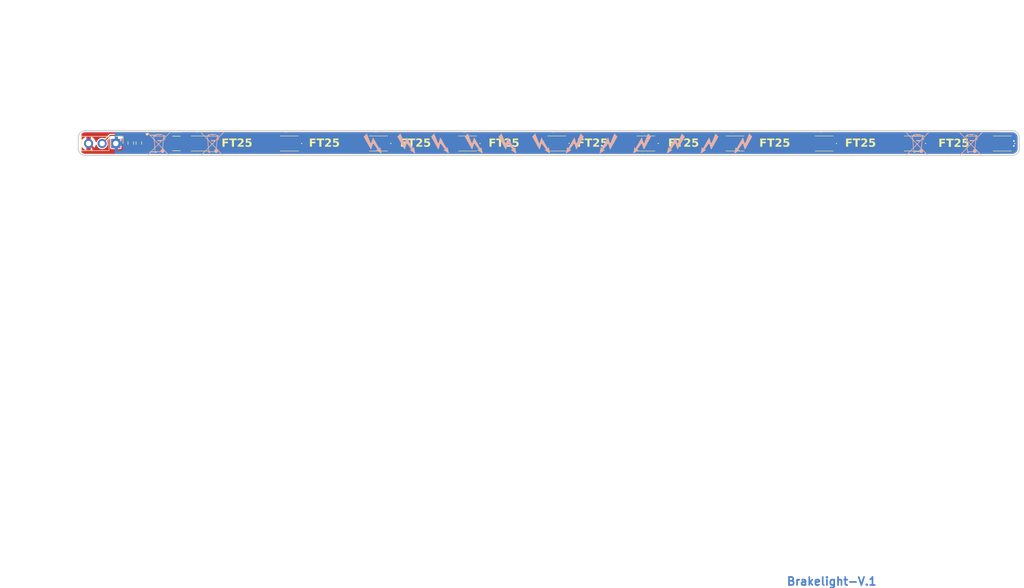
<source format=kicad_pcb>
(kicad_pcb
	(version 20240108)
	(generator "pcbnew")
	(generator_version "8.0")
	(general
		(thickness 1.6)
		(legacy_teardrops no)
	)
	(paper "A4")
	(layers
		(0 "F.Cu" signal)
		(31 "B.Cu" signal)
		(32 "B.Adhes" user "B.Adhesive")
		(33 "F.Adhes" user "F.Adhesive")
		(34 "B.Paste" user)
		(35 "F.Paste" user)
		(36 "B.SilkS" user "B.Silkscreen")
		(37 "F.SilkS" user "F.Silkscreen")
		(38 "B.Mask" user)
		(39 "F.Mask" user)
		(40 "Dwgs.User" user "User.Drawings")
		(41 "Cmts.User" user "User.Comments")
		(42 "Eco1.User" user "User.Eco1")
		(43 "Eco2.User" user "User.Eco2")
		(44 "Edge.Cuts" user)
		(45 "Margin" user)
		(46 "B.CrtYd" user "B.Courtyard")
		(47 "F.CrtYd" user "F.Courtyard")
		(48 "B.Fab" user)
		(49 "F.Fab" user)
		(50 "User.1" user)
		(51 "User.2" user)
		(52 "User.3" user)
		(53 "User.4" user)
		(54 "User.5" user)
		(55 "User.6" user)
		(56 "User.7" user)
		(57 "User.8" user)
		(58 "User.9" user)
	)
	(setup
		(pad_to_mask_clearance 0)
		(allow_soldermask_bridges_in_footprints no)
		(pcbplotparams
			(layerselection 0x00010fc_ffffffff)
			(plot_on_all_layers_selection 0x0000000_00000000)
			(disableapertmacros no)
			(usegerberextensions no)
			(usegerberattributes yes)
			(usegerberadvancedattributes yes)
			(creategerberjobfile yes)
			(dashed_line_dash_ratio 12.000000)
			(dashed_line_gap_ratio 3.000000)
			(svgprecision 4)
			(plotframeref no)
			(viasonmask no)
			(mode 1)
			(useauxorigin no)
			(hpglpennumber 1)
			(hpglpenspeed 20)
			(hpglpendiameter 15.000000)
			(pdf_front_fp_property_popups yes)
			(pdf_back_fp_property_popups yes)
			(dxfpolygonmode yes)
			(dxfimperialunits yes)
			(dxfusepcbnewfont yes)
			(psnegative no)
			(psa4output no)
			(plotreference yes)
			(plotvalue yes)
			(plotfptext yes)
			(plotinvisibletext no)
			(sketchpadsonfab no)
			(subtractmaskfromsilk no)
			(outputformat 1)
			(mirror no)
			(drillshape 1)
			(scaleselection 1)
			(outputdirectory "")
		)
	)
	(net 0 "")
	(net 1 "Net-(D1-K)")
	(net 2 "Net-(D1-A)")
	(net 3 "GND")
	(net 4 "Net-(D2-A)")
	(net 5 "Net-(D3-A)")
	(net 6 "Net-(D4-A)")
	(net 7 "Net-(D5-A)")
	(net 8 "Net-(D6-A)")
	(net 9 "Net-(D7-A)")
	(net 10 "Net-(D8-A)")
	(net 11 "Net-(D10-K)")
	(net 12 "+24V")
	(net 13 "Net-(Q1-D)")
	(net 14 "Net-(Q1-G)")
	(net 15 "RED")
	(footprint "KiCad:150283RS73103" (layer "F.Cu") (at 95.322222 107.884561 180))
	(footprint "Symbol:WEEE-Logo_4.2x6mm_SilkScreen" (layer "F.Cu") (at 222.493713 108.741816))
	(footprint "Symbol:Symbol_HighVoltage_NoTriangle_2x5mm_Copper" (layer "F.Cu") (at 130.092318 108 45))
	(footprint "Symbol:WEEE-Logo_4.2x6mm_SilkScreen" (layer "F.Cu") (at 81 108.741816))
	(footprint "Symbol:Symbol_HighVoltage_NoTriangle_2x5mm_Copper" (layer "F.Cu") (at 154.641739 108.098995 -45))
	(footprint "Symbol:Symbol_HighVoltage_NoTriangle_2x5mm_Copper" (layer "F.Cu") (at 148.355652 108.098995 -45))
	(footprint "KiCad:150283RS73103" (layer "F.Cu") (at 145.188888 107.884561 180))
	(footprint "Symbol:Symbol_HighVoltage_NoTriangle_2x5mm_Copper" (layer "F.Cu") (at 167.213913 108.098995 -45))
	(footprint "Symbol:Symbol_HighVoltage_NoTriangle_2x5mm_Copper" (layer "F.Cu") (at 117.520144 108 45))
	(footprint "Resistor_SMD:R_0603_1608Metric_Pad0.98x0.95mm_HandSolder" (layer "F.Cu") (at 65.8 107.8 90))
	(footprint "KiCad:150283RS73103" (layer "F.Cu") (at 161.81111 107.884561 180))
	(footprint "KiCad:150283RS73103" (layer "F.Cu") (at 195.055554 107.884561 180))
	(footprint "Connector_PinHeader_2.54mm:PinHeader_1x03_P2.54mm_Vertical" (layer "F.Cu") (at 63 107.884561 -90))
	(footprint "Symbol:WEEE-Logo_4.2x6mm_SilkScreen" (layer "F.Cu") (at 71 108.741816))
	(footprint "KiCad:150283RS73103" (layer "F.Cu") (at 78.7 107.884561 180))
	(footprint "Resistor_SMD:R_0603_1608Metric_Pad0.98x0.95mm_HandSolder" (layer "F.Cu") (at 67.3 107.8 90))
	(footprint "Symbol:WEEE-Logo_4.2x6mm_SilkScreen" (layer "F.Cu") (at 212.493713 108.741816))
	(footprint "Symbol:Symbol_HighVoltage_NoTriangle_2x5mm_Copper" (layer "F.Cu") (at 160.927826 108.098995 -45))
	(footprint "Symbol:Symbol_HighVoltage_NoTriangle_2x5mm_Copper" (layer "F.Cu") (at 123.806231 108 45))
	(footprint "KiCad:150283RS73103" (layer "F.Cu") (at 128.566666 107.884561 180))
	(footprint "Symbol:Symbol_HighVoltage_NoTriangle_2x5mm_Copper" (layer "F.Cu") (at 111.234057 108 45))
	(footprint "KiCad:150283RS73103" (layer "F.Cu") (at 111.944444 107.884561 180))
	(footprint "Symbol:Symbol_HighVoltage_NoTriangle_2x5mm_Copper" (layer "F.Cu") (at 136.378405 108 45))
	(footprint "KiCad:150283RS73103" (layer "F.Cu") (at 228.3 107.884561 180))
	(footprint "Resistor_SMD:R_1210_3225Metric" (layer "F.Cu") (at 74.3 107.872061))
	(footprint "Symbol:Symbol_HighVoltage_NoTriangle_2x5mm_Copper" (layer "F.Cu") (at 179.786091 108.098995 -45))
	(footprint "Package_TO_SOT_SMD:SOT-23" (layer "F.Cu") (at 70 107.8875))
	(footprint "Symbol:Symbol_HighVoltage_NoTriangle_2x5mm_Copper" (layer "F.Cu") (at 142.664492 108 45))
	(footprint "Symbol:Symbol_HighVoltage_NoTriangle_2x5mm_Copper" (layer "F.Cu") (at 173.5 108.098995 -45))
	(footprint "KiCad:150283RS73103" (layer "F.Cu") (at 211.677776 107.884561 180))
	(footprint "KiCad:150283RS73103" (layer "F.Cu") (at 178.433332 107.884561 180))
	(gr_line
		(start 230.2 105.4875)
		(end 57.3 105.4875)
		(stroke
			(width 0.2)
			(type default)
		)
		(layer "Edge.Cuts")
		(uuid "2901272e-1966-43b5-ac28-f1e5c9524f18")
	)
	(gr_line
		(start 56 106.7875)
		(end 56 108.8125)
		(stroke
			(width 0.2)
			(type default)
		)
		(layer "Edge.Cuts")
		(uuid "2d8d5ec6-671b-4dc1-9024-cbe8191f3227")
	)
	(gr_arc
		(start 230.2 105.4875)
		(mid 231.119239 105.868261)
		(end 231.5 106.7875)
		(stroke
			(width 0.2)
			(type default)
		)
		(layer "Edge.Cuts")
		(uuid "484736f2-1af5-47ce-96d4-224c370b0979")
	)
	(gr_line
		(start 57.3 110.1125)
		(end 230.2 110.1125)
		(stroke
			(width 0.2)
			(type default)
		)
		(layer "Edge.Cuts")
		(uuid "a3282ca1-e159-4b1e-bd18-1626bf989df9")
	)
	(gr_arc
		(start 231.5 108.8125)
		(mid 231.119239 109.731739)
		(end 230.2 110.1125)
		(stroke
			(width 0.2)
			(type default)
		)
		(layer "Edge.Cuts")
		(uuid "b926e124-6289-4a55-b691-661da30fb03b")
	)
	(gr_arc
		(start 56 106.7875)
		(mid 56.380761 105.868261)
		(end 57.3 105.4875)
		(stroke
			(width 0.2)
			(type default)
		)
		(layer "Edge.Cuts")
		(uuid "ce933f03-9ee8-4f54-b83c-d23c7bbe4643")
	)
	(gr_arc
		(start 57.3 110.1125)
		(mid 56.380761 109.731739)
		(end 56 108.8125)
		(stroke
			(width 0.2)
			(type default)
		)
		(layer "Edge.Cuts")
		(uuid "ea10ed79-cad8-441c-bae2-96b81743b029")
	)
	(gr_line
		(start 231.5 108.8125)
		(end 231.5 106.7875)
		(stroke
			(width 0.2)
			(type default)
		)
		(layer "Edge.Cuts")
		(uuid "f65184eb-0e2c-47f1-95a2-924238f1d3f3")
	)
	(gr_text "Brakelight-V.1"
		(at 188 190.5 0)
		(layer "B.Cu")
		(uuid "11289091-4684-48b3-af53-6b1882067aeb")
		(effects
			(font
				(size 1.5 1.5)
				(thickness 0.3)
				(bold yes)
			)
			(justify left bottom)
		)
	)
	(gr_text "FT25"
		(at 116 108.743436 0)
		(layer "F.SilkS")
		(uuid "09d1a49b-6c79-44d3-a643-cc7072f7e1af")
		(effects
			(font
				(face "Chinat")
				(size 1.5 1.5)
				(thickness 0.3)
				(bold yes)
			)
			(justify left bottom)
		)
		(render_cache "FT25" 0
			(polygon
				(pts
					(xy 116.501919 108.488436) (xy 116.189043 108.488436) (xy 116.189043 106.988907) (xy 117.047801 106.988907)
					(xy 117.047801 107.249392) (xy 116.501919 107.249392) (xy 116.501919 107.635906) (xy 117.010066 107.635906)
					(xy 117.010066 107.896391) (xy 116.501919 107.896391)
				)
			)
			(polygon
				(pts
					(xy 117.918283 108.488436) (xy 117.601378 108.488436) (xy 117.601378 107.253788) (xy 117.193981 107.253788)
					(xy 117.193981 106.988907) (xy 118.32568 106.988907) (xy 118.32568 107.253788) (xy 117.918283 107.253788)
				)
			)
			(polygon
				(pts
					(xy 119.498778 108.488436) (xy 118.45061 108.488436) (xy 118.45061 108.267884) (xy 118.8265 107.887964)
					(xy 118.880516 107.83159) (xy 118.93466 107.773972) (xy 118.986595 107.717156) (xy 119.009316 107.691593)
					(xy 119.055941 107.634578) (xy 119.096924 107.573269) (xy 119.110066 107.548711) (xy 119.13465 107.477902)
					(xy 119.141573 107.410958) (xy 119.130706 107.336608) (xy 119.092114 107.276869) (xy 119.025756 107.241024)
					(xy 118.958757 107.232539) (xy 118.884195 107.240182) (xy 118.811176 107.263113) (xy 118.790596 107.272472)
					(xy 118.722825 107.310481) (xy 118.657798 107.355441) (xy 118.618771 107.386045) (xy 118.44658 107.182347)
					(xy 118.504974 107.134272) (xy 118.566032 107.089422) (xy 118.583967 107.0772) (xy 118.651857 107.038321)
					(xy 118.72281 107.008373) (xy 118.752128 106.998432) (xy 118.829253 106.979902) (xy 118.909456 106.970429)
					(xy 118.981838 106.968024) (xy 119.061408 106.972255) (xy 119.134428 106.984948) (xy 119.207879 107.008976)
					(xy 119.234996 107.021513) (xy 119.302282 107.062789) (xy 119.358053 107.11307) (xy 119.398761 107.166593)
					(xy 119.431717 107.232167) (xy 119.450994 107.303456) (xy 119.456646 107.373223) (xy 119.451816 107.448578)
					(xy 119.435346 107.526758) (xy 119.407187 107.600002) (xy 119.368154 107.670519) (xy 119.323504 107.734175)
					(xy 119.275854 107.791098) (xy 119.264305 107.803701) (xy 119.208683 107.862053) (xy 119.154083 107.916745)
					(xy 119.094629 107.974092) (xy 119.038625 108.02645) (xy 118.845551 108.207068) (xy 118.845551 108.221722)
					(xy 119.498778 108.221722)
				)
			)
			(polygon
				(pts
					(xy 120.197069 107.530759) (xy 120.271412 107.534932) (xy 120.348577 107.549358) (xy 120.420018 107.574088)
					(xy 120.440334 107.583516) (xy 120.508766 107.625248) (xy 120.566461 107.67841) (xy 120.609595 107.736656)
					(xy 120.642246 107.804348) (xy 120.662803 107.881484) (xy 120.670966 107.958983) (xy 120.67151 107.986516)
					(xy 120.667297 108.064552) (xy 120.654658 108.137092) (xy 120.630366 108.212131) (xy 120.604099 108.265686)
					(xy 120.561141 108.32752) (xy 120.507693 108.380717) (xy 120.443753 108.425279) (xy 120.403698 108.446304)
					(xy 120.333013 108.473873) (xy 120.254313 108.493565) (xy 120.178877 108.504334) (xy 120.097304 108.509072)
					(xy 120.072871 108.509318) (xy 119.993621 108.506851) (xy 119.917574 108.499448) (xy 119.851221 108.488436)
					(xy 119.777118 108.470094) (xy 119.705095 108.444178) (xy 119.66987 108.427619) (xy 119.66987 108.154678)
					(xy 119.738177 108.185189) (xy 119.810459 108.209919) (xy 119.856716 108.222821) (xy 119.930303 108.238882)
					(xy 120.007222 108.2488) (xy 120.062613 108.251031) (xy 120.139429 108.246263) (xy 120.212794 108.229135)
					(xy 120.220882 108.226119) (xy 120.286297 108.186542) (xy 120.318702 108.148449) (xy 120.345956 108.079941)
					(xy 120.352407 108.013994) (xy 120.342052 107.938036) (xy 120.307461 107.872842) (xy 120.278768 107.8451)
					(xy 120.21253 107.809826) (xy 120.140095 107.792867) (xy 120.061504 107.787271) (xy 120.051988 107.787214)
					(xy 119.976998 107.791794) (xy 119.930355 107.798938) (xy 119.856642 107.813371) (xy 119.825209 107.820553)
					(xy 119.69918 107.753509) (xy 119.755966 106.988907) (xy 120.568562 106.988907) (xy 120.568562 107.257818)
					(xy 120.033304 107.257818) (xy 120.005826 107.552008) (xy 120.079837 107.538544) (xy 120.082397 107.538087)
					(xy 120.158226 107.531339)
				)
			)
		)
	)
	(gr_text "FT25"
		(at 166 108.743436 0)
		(layer "F.SilkS")
		(uuid "41fd1345-d618-4fda-b9de-a3f1e512752c")
		(effects
			(font
				(face "Chinat")
				(size 1.5 1.5)
				(thickness 0.3)
				(bold yes)
			)
			(justify left bottom)
		)
		(render_cache "FT25" 0
			(polygon
				(pts
					(xy 166.501919 108.488436) (xy 166.189043 108.488436) (xy 166.189043 106.988907) (xy 167.047801 106.988907)
					(xy 167.047801 107.249392) (xy 166.501919 107.249392) (xy 166.501919 107.635906) (xy 167.010066 107.635906)
					(xy 167.010066 107.896391) (xy 166.501919 107.896391)
				)
			)
			(polygon
				(pts
					(xy 167.918283 108.488436) (xy 167.601378 108.488436) (xy 167.601378 107.253788) (xy 167.193981 107.253788)
					(xy 167.193981 106.988907) (xy 168.32568 106.988907) (xy 168.32568 107.253788) (xy 167.918283 107.253788)
				)
			)
			(polygon
				(pts
					(xy 169.498778 108.488436) (xy 168.45061 108.488436) (xy 168.45061 108.267884) (xy 168.8265 107.887964)
					(xy 168.880516 107.83159) (xy 168.93466 107.773972) (xy 168.986595 107.717156) (xy 169.009316 107.691593)
					(xy 169.055941 107.634578) (xy 169.096924 107.573269) (xy 169.110066 107.548711) (xy 169.13465 107.477902)
					(xy 169.141573 107.410958) (xy 169.130706 107.336608) (xy 169.092114 107.276869) (xy 169.025756 107.241024)
					(xy 168.958757 107.232539) (xy 168.884195 107.240182) (xy 168.811176 107.263113) (xy 168.790596 107.272472)
					(xy 168.722825 107.310481) (xy 168.657798 107.355441) (xy 168.618771 107.386045) (xy 168.44658 107.182347)
					(xy 168.504974 107.134272) (xy 168.566032 107.089422) (xy 168.583967 107.0772) (xy 168.651857 107.038321)
					(xy 168.72281 107.008373) (xy 168.752128 106.998432) (xy 168.829253 106.979902) (xy 168.909456 106.970429)
					(xy 168.981838 106.968024) (xy 169.061408 106.972255) (xy 169.134428 106.984948) (xy 169.207879 107.008976)
					(xy 169.234996 107.021513) (xy 169.302282 107.062789) (xy 169.358053 107.11307) (xy 169.398761 107.166593)
					(xy 169.431717 107.232167) (xy 169.450994 107.303456) (xy 169.456646 107.373223) (xy 169.451816 107.448578)
					(xy 169.435346 107.526758) (xy 169.407187 107.600002) (xy 169.368154 107.670519) (xy 169.323504 107.734175)
					(xy 169.275854 107.791098) (xy 169.264305 107.803701) (xy 169.208683 107.862053) (xy 169.154083 107.916745)
					(xy 169.094629 107.974092) (xy 169.038625 108.02645) (xy 168.845551 108.207068) (xy 168.845551 108.221722)
					(xy 169.498778 108.221722)
				)
			)
			(polygon
				(pts
					(xy 170.197069 107.530759) (xy 170.271412 107.534932) (xy 170.348577 107.549358) (xy 170.420018 107.574088)
					(xy 170.440334 107.583516) (xy 170.508766 107.625248) (xy 170.566461 107.67841) (xy 170.609595 107.736656)
					(xy 170.642246 107.804348) (xy 170.662803 107.881484) (xy 170.670966 107.958983) (xy 170.67151 107.986516)
					(xy 170.667297 108.064552) (xy 170.654658 108.137092) (xy 170.630366 108.212131) (xy 170.604099 108.265686)
					(xy 170.561141 108.32752) (xy 170.507693 108.380717) (xy 170.443753 108.425279) (xy 170.403698 108.446304)
					(xy 170.333013 108.473873) (xy 170.254313 108.493565) (xy 170.178877 108.504334) (xy 170.097304 108.509072)
					(xy 170.072871 108.509318) (xy 169.993621 108.506851) (xy 169.917574 108.499448) (xy 169.851221 108.488436)
					(xy 169.777118 108.470094) (xy 169.705095 108.444178) (xy 169.66987 108.427619) (xy 169.66987 108.154678)
					(xy 169.738177 108.185189) (xy 169.810459 108.209919) (xy 169.856716 108.222821) (xy 169.930303 108.238882)
					(xy 170.007222 108.2488) (xy 170.062613 108.251031) (xy 170.139429 108.246263) (xy 170.212794 108.229135)
					(xy 170.220882 108.226119) (xy 170.286297 108.186542) (xy 170.318702 108.148449) (xy 170.345956 108.079941)
					(xy 170.352407 108.013994) (xy 170.342052 107.938036) (xy 170.307461 107.872842) (xy 170.278768 107.8451)
					(xy 170.21253 107.809826) (xy 170.140095 107.792867) (xy 170.061504 107.787271) (xy 170.051988 107.787214)
					(xy 169.976998 107.791794) (xy 169.930355 107.798938) (xy 169.856642 107.813371) (xy 169.825209 107.820553)
					(xy 169.69918 107.753509) (xy 169.755966 106.988907) (xy 170.568562 106.988907) (xy 170.568562 107.257818)
					(xy 170.033304 107.257818) (xy 170.005826 107.552008) (xy 170.079837 107.538544) (xy 170.082397 107.538087)
					(xy 170.158226 107.531339)
				)
			)
		)
	)
	(gr_text "FT25"
		(at 82.7 108.743436 0)
		(layer "F.SilkS")
		(uuid "4ba7a1cb-a5ba-4e99-85de-4c8da57184e2")
		(effects
			(font
				(face "Chinat")
				(size 1.5 1.5)
				(thickness 0.3)
				(bold yes)
			)
			(justify left bottom)
		)
		(render_cache "FT25" 0
			(polygon
				(pts
					(xy 83.201919 108.488436) (xy 82.889043 108.488436) (xy 82.889043 106.988907) (xy 83.747801 106.988907)
					(xy 83.747801 107.249392) (xy 83.201919 107.249392) (xy 83.201919 107.635906) (xy 83.710066 107.635906)
					(xy 83.710066 107.896391) (xy 83.201919 107.896391)
				)
			)
			(polygon
				(pts
					(xy 84.618283 108.488436) (xy 84.301378 108.488436) (xy 84.301378 107.253788) (xy 83.893981 107.253788)
					(xy 83.893981 106.988907) (xy 85.02568 106.988907) (xy 85.02568 107.253788) (xy 84.618283 107.253788)
				)
			)
			(polygon
				(pts
					(xy 86.198778 108.488436) (xy 85.15061 108.488436) (xy 85.15061 108.267884) (xy 85.5265 107.887964)
					(xy 85.580516 107.83159) (xy 85.63466 107.773972) (xy 85.686595 107.717156) (xy 85.709316 107.691593)
					(xy 85.755941 107.634578) (xy 85.796924 107.573269) (xy 85.810066 107.548711) (xy 85.83465 107.477902)
					(xy 85.841573 107.410958) (xy 85.830706 107.336608) (xy 85.792114 107.276869) (xy 85.725756 107.241024)
					(xy 85.658757 107.232539) (xy 85.584195 107.240182) (xy 85.511176 107.263113) (xy 85.490596 107.272472)
					(xy 85.422825 107.310481) (xy 85.357798 107.355441) (xy 85.318771 107.386045) (xy 85.14658 107.182347)
					(xy 85.204974 107.134272) (xy 85.266032 107.089422) (xy 85.283967 107.0772) (xy 85.351857 107.038321)
					(xy 85.42281 107.008373) (xy 85.452128 106.998432) (xy 85.529253 106.979902) (xy 85.609456 106.970429)
					(xy 85.681838 106.968024) (xy 85.761408 106.972255) (xy 85.834428 106.984948) (xy 85.907879 107.008976)
					(xy 85.934996 107.021513) (xy 86.002282 107.062789) (xy 86.058053 107.11307) (xy 86.098761 107.166593)
					(xy 86.131717 107.232167) (xy 86.150994 107.303456) (xy 86.156646 107.373223) (xy 86.151816 107.448578)
					(xy 86.135346 107.526758) (xy 86.107187 107.600002) (xy 86.068154 107.670519) (xy 86.023504 107.734175)
					(xy 85.975854 107.791098) (xy 85.964305 107.803701) (xy 85.908683 107.862053) (xy 85.854083 107.916745)
					(xy 85.794629 107.974092) (xy 85.738625 108.02645) (xy 85.545551 108.207068) (xy 85.545551 108.221722)
					(xy 86.198778 108.221722)
				)
			)
			(polygon
				(pts
					(xy 86.897069 107.530759) (xy 86.971412 107.534932) (xy 87.048577 107.549358) (xy 87.120018 107.574088)
					(xy 87.140334 107.583516) (xy 87.208766 107.625248) (xy 87.266461 107.67841) (xy 87.309595 107.736656)
					(xy 87.342246 107.804348) (xy 87.362803 107.881484) (xy 87.370966 107.958983) (xy 87.37151 107.986516)
					(xy 87.367297 108.064552) (xy 87.354658 108.137092) (xy 87.330366 108.212131) (xy 87.304099 108.265686)
					(xy 87.261141 108.32752) (xy 87.207693 108.380717) (xy 87.143753 108.425279) (xy 87.103698 108.446304)
					(xy 87.033013 108.473873) (xy 86.954313 108.493565) (xy 86.878877 108.504334) (xy 86.797304 108.509072)
					(xy 86.772871 108.509318) (xy 86.693621 108.506851) (xy 86.617574 108.499448) (xy 86.551221 108.488436)
					(xy 86.477118 108.470094) (xy 86.405095 108.444178) (xy 86.36987 108.427619) (xy 86.36987 108.154678)
					(xy 86.438177 108.185189) (xy 86.510459 108.209919) (xy 86.556716 108.222821) (xy 86.630303 108.238882)
					(xy 86.707222 108.2488) (xy 86.762613 108.251031) (xy 86.839429 108.246263) (xy 86.912794 108.229135)
					(xy 86.920882 108.226119) (xy 86.986297 108.186542) (xy 87.018702 108.148449) (xy 87.045956 108.079941)
					(xy 87.052407 108.013994) (xy 87.042052 107.938036) (xy 87.007461 107.872842) (xy 86.978768 107.8451)
					(xy 86.91253 107.809826) (xy 86.840095 107.792867) (xy 86.761504 107.787271) (xy 86.751988 107.787214)
					(xy 86.676998 107.791794) (xy 86.630355 107.798938) (xy 86.556642 107.813371) (xy 86.525209 107.820553)
					(xy 86.39918 107.753509) (xy 86.455966 106.988907) (xy 87.268562 106.988907) (xy 87.268562 107.257818)
					(xy 86.733304 107.257818) (xy 86.705826 107.552008) (xy 86.779837 107.538544) (xy 86.782397 107.538087)
					(xy 86.858226 107.531339)
				)
			)
		)
	)
	(gr_text "FT25"
		(at 216.4 108.772061 0)
		(layer "F.SilkS")
		(uuid "743f28df-91c2-471c-b12f-5f51a7103ce2")
		(effects
			(font
				(face "Chinat")
				(size 1.5 1.5)
				(thickness 0.3)
				(bold yes)
			)
			(justify left bottom)
		)
		(render_cache "FT25" 0
			(polygon
				(pts
					(xy 216.901919 108.517061) (xy 216.589043 108.517061) (xy 216.589043 107.017532) (xy 217.447801 107.017532)
					(xy 217.447801 107.278017) (xy 216.901919 107.278017) (xy 216.901919 107.664531) (xy 217.410066 107.664531)
					(xy 217.410066 107.925016) (xy 216.901919 107.925016)
				)
			)
			(polygon
				(pts
					(xy 218.318283 108.517061) (xy 218.001378 108.517061) (xy 218.001378 107.282413) (xy 217.593981 107.282413)
					(xy 217.593981 107.017532) (xy 218.72568 107.017532) (xy 218.72568 107.282413) (xy 218.318283 107.282413)
				)
			)
			(polygon
				(pts
					(xy 219.898778 108.517061) (xy 218.85061 108.517061) (xy 218.85061 108.296509) (xy 219.2265 107.916589)
					(xy 219.280516 107.860215) (xy 219.33466 107.802597) (xy 219.386595 107.745781) (xy 219.409316 107.720218)
					(xy 219.455941 107.663203) (xy 219.496924 107.601894) (xy 219.510066 107.577336) (xy 219.53465 107.506527)
					(xy 219.541573 107.439583) (xy 219.530706 107.365233) (xy 219.492114 107.305494) (xy 219.425756 107.269649)
					(xy 219.358757 107.261164) (xy 219.284195 107.268807) (xy 219.211176 107.291738) (xy 219.190596 107.301097)
					(xy 219.122825 107.339106) (xy 219.057798 107.384066) (xy 219.018771 107.41467) (xy 218.84658 107.210972)
					(xy 218.904974 107.162897) (xy 218.966032 107.118047) (xy 218.983967 107.105825) (xy 219.051857 107.066946)
					(xy 219.12281 107.036998) (xy 219.152128 107.027057) (xy 219.229253 107.008527) (xy 219.309456 106.999054)
					(xy 219.381838 106.996649) (xy 219.461408 107.00088) (xy 219.534428 107.013573) (xy 219.607879 107.037601)
					(xy 219.634996 107.050138) (xy 219.702282 107.091414) (xy 219.758053 107.141695) (xy 219.798761 107.195218)
					(xy 219.831717 107.260792) (xy 219.850994 107.332081) (xy 219.856646 107.401848) (xy 219.851816 107.477203)
					(xy 219.835346 107.555383) (xy 219.807187 107.628627) (xy 219.768154 107.699144) (xy 219.723504 107.7628)
					(xy 219.675854 107.819723) (xy 219.664305 107.832326) (xy 219.608683 107.890678) (xy 219.554083 107.94537)
					(xy 219.494629 108.002717) (xy 219.438625 108.055075) (xy 219.245551 108.235693) (xy 219.245551 108.250347)
					(xy 219.898778 108.250347)
				)
			)
			(polygon
				(pts
					(xy 220.597069 107.559384) (xy 220.671412 107.563557) (xy 220.748577 107.577983) (xy 220.820018 107.602713)
					(xy 220.840334 107.612141) (xy 220.908766 107.653873) (xy 220.966461 107.707035) (xy 221.009595 107.765281)
					(xy 221.042246 107.832973) (xy 221.062803 107.910109) (xy 221.070966 107.987608) (xy 221.07151 108.015141)
					(xy 221.067297 108.093177) (xy 221.054658 108.165717) (xy 221.030366 108.240756) (xy 221.004099 108.294311)
					(xy 220.961141 108.356145) (xy 220.907693 108.409342) (xy 220.843753 108.453904) (xy 220.803698 108.474929)
					(xy 220.733013 108.502498) (xy 220.654313 108.52219) (xy 220.578877 108.532959) (xy 220.497304 108.537697)
					(xy 220.472871 108.537943) (xy 220.393621 108.535476) (xy 220.317574 108.528073) (xy 220.251221 108.517061)
					(xy 220.177118 108.498719) (xy 220.105095 108.472803) (xy 220.06987 108.456244) (xy 220.06987 108.183303)
					(xy 220.138177 108.213814) (xy 220.210459 108.238544) (xy 220.256716 108.251446) (xy 220.330303 108.267507)
					(xy 220.407222 108.277425) (xy 220.462613 108.279656) (xy 220.539429 108.274888) (xy 220.612794 108.25776)
					(xy 220.620882 108.254744) (xy 220.686297 108.215167) (xy 220.718702 108.177074) (xy 220.745956 108.108566)
					(xy 220.752407 108.042619) (xy 220.742052 107.966661) (xy 220.707461 107.901467) (xy 220.678768 107.873725)
					(xy 220.61253 107.838451) (xy 220.540095 107.821492) (xy 220.461504 107.815896) (xy 220.451988 107.815839)
					(xy 220.376998 107.820419) (xy 220.330355 107.827563) (xy 220.256642 107.841996) (xy 220.225209 107.849178)
					(xy 220.09918 107.782134) (xy 220.155966 107.017532) (xy 220.968562 107.017532) (xy 220.968562 107.286443)
					(xy 220.433304 107.286443) (xy 220.405826 107.580633) (xy 220.479837 107.567169) (xy 220.482397 107.566712)
					(xy 220.558226 107.559964)
				)
			)
		)
	)
	(gr_text "FT25"
		(at 132.5 108.743436 0)
		(layer "F.SilkS")
		(uuid "9b1cba1c-bb11-41d8-bdd2-d87c283c74f8")
		(effects
			(font
				(face "Chinat")
				(size 1.5 1.5)
				(thickness 0.3)
				(bold yes)
			)
			(justify left bottom)
		)
		(render_cache "FT25" 0
			(polygon
				(pts
					(xy 133.001919 108.488436) (xy 132.689043 108.488436) (xy 132.689043 106.988907) (xy 133.547801 106.988907)
					(xy 133.547801 107.249392) (xy 133.001919 107.249392) (xy 133.001919 107.635906) (xy 133.510066 107.635906)
					(xy 133.510066 107.896391) (xy 133.001919 107.896391)
				)
			)
			(polygon
				(pts
					(xy 134.418283 108.488436) (xy 134.101378 108.488436) (xy 134.101378 107.253788) (xy 133.693981 107.253788)
					(xy 133.693981 106.988907) (xy 134.82568 106.988907) (xy 134.82568 107.253788) (xy 134.418283 107.253788)
				)
			)
			(polygon
				(pts
					(xy 135.998778 108.488436) (xy 134.95061 108.488436) (xy 134.95061 108.267884) (xy 135.3265 107.887964)
					(xy 135.380516 107.83159) (xy 135.43466 107.773972) (xy 135.486595 107.717156) (xy 135.509316 107.691593)
					(xy 135.555941 107.634578) (xy 135.596924 107.573269) (xy 135.610066 107.548711) (xy 135.63465 107.477902)
					(xy 135.641573 107.410958) (xy 135.630706 107.336608) (xy 135.592114 107.276869) (xy 135.525756 107.241024)
					(xy 135.458757 107.232539) (xy 135.384195 107.240182) (xy 135.311176 107.263113) (xy 135.290596 107.272472)
					(xy 135.222825 107.310481) (xy 135.157798 107.355441) (xy 135.118771 107.386045) (xy 134.94658 107.182347)
					(xy 135.004974 107.134272) (xy 135.066032 107.089422) (xy 135.083967 107.0772) (xy 135.151857 107.038321)
					(xy 135.22281 107.008373) (xy 135.252128 106.998432) (xy 135.329253 106.979902) (xy 135.409456 106.970429)
					(xy 135.481838 106.968024) (xy 135.561408 106.972255) (xy 135.634428 106.984948) (xy 135.707879 107.008976)
					(xy 135.734996 107.021513) (xy 135.802282 107.062789) (xy 135.858053 107.11307) (xy 135.898761 107.166593)
					(xy 135.931717 107.232167) (xy 135.950994 107.303456) (xy 135.956646 107.373223) (xy 135.951816 107.448578)
					(xy 135.935346 107.526758) (xy 135.907187 107.600002) (xy 135.868154 107.670519) (xy 135.823504 107.734175)
					(xy 135.775854 107.791098) (xy 135.764305 107.803701) (xy 135.708683 107.862053) (xy 135.654083 107.916745)
					(xy 135.594629 107.974092) (xy 135.538625 108.02645) (xy 135.345551 108.207068) (xy 135.345551 108.221722)
					(xy 135.998778 108.221722)
				)
			)
			(polygon
				(pts
					(xy 136.697069 107.530759) (xy 136.771412 107.534932) (xy 136.848577 107.549358) (xy 136.920018 107.574088)
					(xy 136.940334 107.583516) (xy 137.008766 107.625248) (xy 137.066461 107.67841) (xy 137.109595 107.736656)
					(xy 137.142246 107.804348) (xy 137.162803 107.881484) (xy 137.170966 107.958983) (xy 137.17151 107.986516)
					(xy 137.167297 108.064552) (xy 137.154658 108.137092) (xy 137.130366 108.212131) (xy 137.104099 108.265686)
					(xy 137.061141 108.32752) (xy 137.007693 108.380717) (xy 136.943753 108.425279) (xy 136.903698 108.446304)
					(xy 136.833013 108.473873) (xy 136.754313 108.493565) (xy 136.678877 108.504334) (xy 136.597304 108.509072)
					(xy 136.572871 108.509318) (xy 136.493621 108.506851) (xy 136.417574 108.499448) (xy 136.351221 108.488436)
					(xy 136.277118 108.470094) (xy 136.205095 108.444178) (xy 136.16987 108.427619) (xy 136.16987 108.154678)
					(xy 136.238177 108.185189) (xy 136.310459 108.209919) (xy 136.356716 108.222821) (xy 136.430303 108.238882)
					(xy 136.507222 108.2488) (xy 136.562613 108.251031) (xy 136.639429 108.246263) (xy 136.712794 108.229135)
					(xy 136.720882 108.226119) (xy 136.786297 108.186542) (xy 136.818702 108.148449) (xy 136.845956 108.079941)
					(xy 136.852407 108.013994) (xy 136.842052 107.938036) (xy 136.807461 107.872842) (xy 136.778768 107.8451)
					(xy 136.71253 107.809826) (xy 136.640095 107.792867) (xy 136.561504 107.787271) (xy 136.551988 107.787214)
					(xy 136.476998 107.791794) (xy 136.430355 107.798938) (xy 136.356642 107.813371) (xy 136.325209 107.820553)
					(xy 136.19918 107.753509) (xy 136.255966 106.988907) (xy 137.068562 106.988907) (xy 137.068562 107.257818)
					(xy 136.533304 107.257818) (xy 136.505826 107.552008) (xy 136.579837 107.538544) (xy 136.582397 107.538087)
					(xy 136.658226 107.531339)
				)
			)
		)
	)
	(gr_text "FT25"
		(at 149 108.743436 0)
		(layer "F.SilkS")
		(uuid "9c987ba2-30fb-4923-92c3-f9a8a9bb831c")
		(effects
			(font
				(face "Chinat")
				(size 1.5 1.5)
				(thickness 0.3)
				(bold yes)
			)
			(justify left bottom)
		)
		(render_cache "FT25" 0
			(polygon
				(pts
					(xy 149.501919 108.488436) (xy 149.189043 108.488436) (xy 149.189043 106.988907) (xy 150.047801 106.988907)
					(xy 150.047801 107.249392) (xy 149.501919 107.249392) (xy 149.501919 107.635906) (xy 150.010066 107.635906)
					(xy 150.010066 107.896391) (xy 149.501919 107.896391)
				)
			)
			(polygon
				(pts
					(xy 150.918283 108.488436) (xy 150.601378 108.488436) (xy 150.601378 107.253788) (xy 150.193981 107.253788)
					(xy 150.193981 106.988907) (xy 151.32568 106.988907) (xy 151.32568 107.253788) (xy 150.918283 107.253788)
				)
			)
			(polygon
				(pts
					(xy 152.498778 108.488436) (xy 151.45061 108.488436) (xy 151.45061 108.267884) (xy 151.8265 107.887964)
					(xy 151.880516 107.83159) (xy 151.93466 107.773972) (xy 151.986595 107.717156) (xy 152.009316 107.691593)
					(xy 152.055941 107.634578) (xy 152.096924 107.573269) (xy 152.110066 107.548711) (xy 152.13465 107.477902)
					(xy 152.141573 107.410958) (xy 152.130706 107.336608) (xy 152.092114 107.276869) (xy 152.025756 107.241024)
					(xy 151.958757 107.232539) (xy 151.884195 107.240182) (xy 151.811176 107.263113) (xy 151.790596 107.272472)
					(xy 151.722825 107.310481) (xy 151.657798 107.355441) (xy 151.618771 107.386045) (xy 151.44658 107.182347)
					(xy 151.504974 107.134272) (xy 151.566032 107.089422) (xy 151.583967 107.0772) (xy 151.651857 107.038321)
					(xy 151.72281 107.008373) (xy 151.752128 106.998432) (xy 151.829253 106.979902) (xy 151.909456 106.970429)
					(xy 151.981838 106.968024) (xy 152.061408 106.972255) (xy 152.134428 106.984948) (xy 152.207879 107.008976)
					(xy 152.234996 107.021513) (xy 152.302282 107.062789) (xy 152.358053 107.11307) (xy 152.398761 107.166593)
					(xy 152.431717 107.232167) (xy 152.450994 107.303456) (xy 152.456646 107.373223) (xy 152.451816 107.448578)
					(xy 152.435346 107.526758) (xy 152.407187 107.600002) (xy 152.368154 107.670519) (xy 152.323504 107.734175)
					(xy 152.275854 107.791098) (xy 152.264305 107.803701) (xy 152.208683 107.862053) (xy 152.154083 107.916745)
					(xy 152.094629 107.974092) (xy 152.038625 108.02645) (xy 151.845551 108.207068) (xy 151.845551 108.221722)
					(xy 152.498778 108.221722)
				)
			)
			(polygon
				(pts
					(xy 153.197069 107.530759) (xy 153.271412 107.534932) (xy 153.348577 107.549358) (xy 153.420018 107.574088)
					(xy 153.440334 107.583516) (xy 153.508766 107.625248) (xy 153.566461 107.67841) (xy 153.609595 107.736656)
					(xy 153.642246 107.804348) (xy 153.662803 107.881484) (xy 153.670966 107.958983) (xy 153.67151 107.986516)
					(xy 153.667297 108.064552) (xy 153.654658 108.137092) (xy 153.630366 108.212131) (xy 153.604099 108.265686)
					(xy 153.561141 108.32752) (xy 153.507693 108.380717) (xy 153.443753 108.425279) (xy 153.403698 108.446304)
					(xy 153.333013 108.473873) (xy 153.254313 108.493565) (xy 153.178877 108.504334) (xy 153.097304 108.509072)
					(xy 153.072871 108.509318) (xy 152.993621 108.506851) (xy 152.917574 108.499448) (xy 152.851221 108.488436)
					(xy 152.777118 108.470094) (xy 152.705095 108.444178) (xy 152.66987 108.427619) (xy 152.66987 108.154678)
					(xy 152.738177 108.185189) (xy 152.810459 108.209919) (xy 152.856716 108.222821) (xy 152.930303 108.238882)
					(xy 153.007222 108.2488) (xy 153.062613 108.251031) (xy 153.139429 108.246263) (xy 153.212794 108.229135)
					(xy 153.220882 108.226119) (xy 153.286297 108.186542) (xy 153.318702 108.148449) (xy 153.345956 108.079941)
					(xy 153.352407 108.013994) (xy 153.342052 107.938036) (xy 153.307461 107.872842) (xy 153.278768 107.8451)
					(xy 153.21253 107.809826) (xy 153.140095 107.792867) (xy 153.061504 107.787271) (xy 153.051988 107.787214)
					(xy 152.976998 107.791794) (xy 152.930355 107.798938) (xy 152.856642 107.813371) (xy 152.825209 107.820553)
					(xy 152.69918 107.753509) (xy 152.755966 106.988907) (xy 153.568562 106.988907) (xy 153.568562 107.257818)
					(xy 153.033304 107.257818) (xy 153.005826 107.552008) (xy 153.079837 107.538544) (xy 153.082397 107.538087)
					(xy 153.158226 107.531339)
				)
			)
		)
	)
	(gr_text "FT25"
		(at 183 108.743436 0)
		(layer "F.SilkS")
		(uuid "cd9a46b3-37c0-4e64-b0d4-439b0a01472c")
		(effects
			(font
				(face "Chinat")
				(size 1.5 1.5)
				(thickness 0.3)
				(bold yes)
			)
			(justify left bottom)
		)
		(render_cache "FT25" 0
			(polygon
				(pts
					(xy 183.501919 108.488436) (xy 183.189043 108.488436) (xy 183.189043 106.988907) (xy 184.047801 106.988907)
					(xy 184.047801 107.249392) (xy 183.501919 107.249392) (xy 183.501919 107.635906) (xy 184.010066 107.635906)
					(xy 184.010066 107.896391) (xy 183.501919 107.896391)
				)
			)
			(polygon
				(pts
					(xy 184.918283 108.488436) (xy 184.601378 108.488436) (xy 184.601378 107.253788) (xy 184.193981 107.253788)
					(xy 184.193981 106.988907) (xy 185.32568 106.988907) (xy 185.32568 107.253788) (xy 184.918283 107.253788)
				)
			)
			(polygon
				(pts
					(xy 186.498778 108.488436) (xy 185.45061 108.488436) (xy 185.45061 108.267884) (xy 185.8265 107.887964)
					(xy 185.880516 107.83159) (xy 185.93466 107.773972) (xy 185.986595 107.717156) (xy 186.009316 107.691593)
					(xy 186.055941 107.634578) (xy 186.096924 107.573269) (xy 186.110066 107.548711) (xy 186.13465 107.477902)
					(xy 186.141573 107.410958) (xy 186.130706 107.336608) (xy 186.092114 107.276869) (xy 186.025756 107.241024)
					(xy 185.958757 107.232539) (xy 185.884195 107.240182) (xy 185.811176 107.263113) (xy 185.790596 107.272472)
					(xy 185.722825 107.310481) (xy 185.657798 107.355441) (xy 185.618771 107.386045) (xy 185.44658 107.182347)
					(xy 185.504974 107.134272) (xy 185.566032 107.089422) (xy 185.583967 107.0772) (xy 185.651857 107.038321)
					(xy 185.72281 107.008373) (xy 185.752128 106.998432) (xy 185.829253 106.979902) (xy 185.909456 106.970429)
					(xy 185.981838 106.968024) (xy 186.061408 106.972255) (xy 186.134428 106.984948) (xy 186.207879 107.008976)
					(xy 186.234996 107.021513) (xy 186.302282 107.062789) (xy 186.358053 107.11307) (xy 186.398761 107.166593)
					(xy 186.431717 107.232167) (xy 186.450994 107.303456) (xy 186.456646 107.373223) (xy 186.451816 107.448578)
					(xy 186.435346 107.526758) (xy 186.407187 107.600002) (xy 186.368154 107.670519) (xy 186.323504 107.734175)
					(xy 186.275854 107.791098) (xy 186.264305 107.803701) (xy 186.208683 107.862053) (xy 186.154083 107.916745)
					(xy 186.094629 107.974092) (xy 186.038625 108.02645) (xy 185.845551 108.207068) (xy 185.845551 108.221722)
					(xy 186.498778 108.221722)
				)
			)
			(polygon
				(pts
					(xy 187.197069 107.530759) (xy 187.271412 107.534932) (xy 187.348577 107.549358) (xy 187.420018 107.574088)
					(xy 187.440334 107.583516) (xy 187.508766 107.625248) (xy 187.566461 107.67841) (xy 187.609595 107.736656)
					(xy 187.642246 107.804348) (xy 187.662803 107.881484) (xy 187.670966 107.958983) (xy 187.67151 107.986516)
					(xy 187.667297 108.064552) (xy 187.654658 108.137092) (xy 187.630366 108.212131) (xy 187.604099 108.265686)
					(xy 187.561141 108.32752) (xy 187.507693 108.380717) (xy 187.443753 108.425279) (xy 187.403698 108.446304)
					(xy 187.333013 108.473873) (xy 187.254313 108.493565) (xy 187.178877 108.504334) (xy 187.097304 108.509072)
					(xy 187.072871 108.509318) (xy 186.993621 108.506851) (xy 186.917574 108.499448) (xy 186.851221 108.488436)
					(xy 186.777118 108.470094) (xy 186.705095 108.444178) (xy 186.66987 108.427619) (xy 186.66987 108.154678)
					(xy 186.738177 108.185189) (xy 186.810459 108.209919) (xy 186.856716 108.222821) (xy 186.930303 108.238882)
					(xy 187.007222 108.2488) (xy 187.062613 108.251031) (xy 187.139429 108.246263) (xy 187.212794 108.229135)
					(xy 187.220882 108.226119) (xy 187.286297 108.186542) (xy 187.318702 108.148449) (xy 187.345956 108.079941)
					(xy 187.352407 108.013994) (xy 187.342052 107.938036) (xy 187.307461 107.872842) (xy 187.278768 107.8451)
					(xy 187.21253 107.809826) (xy 187.140095 107.792867) (xy 187.061504 107.787271) (xy 187.051988 107.787214)
					(xy 186.976998 107.791794) (xy 186.930355 107.798938) (xy 186.856642 107.813371) (xy 186.825209 107.820553)
					(xy 186.69918 107.753509) (xy 186.755966 106.988907) (xy 187.568562 106.988907) (xy 187.568562 107.257818)
					(xy 187.033304 107.257818) (xy 187.005826 107.552008) (xy 187.079837 107.538544) (xy 187.082397 107.538087)
					(xy 187.158226 107.531339)
				)
			)
		)
	)
	(gr_text "FT25"
		(at 99 108.743436 0)
		(layer "F.SilkS")
		(uuid "df9532c9-4da0-4371-9d55-d1b615381d77")
		(effects
			(font
				(face "Chinat")
				(size 1.5 1.5)
				(thickness 0.3)
				(bold yes)
			)
			(justify left bottom)
		)
		(render_cache "FT25" 0
			(polygon
				(pts
					(xy 99.501919 108.488436) (xy 99.189043 108.488436) (xy 99.189043 106.988907) (xy 100.047801 106.988907)
					(xy 100.047801 107.249392) (xy 99.501919 107.249392) (xy 99.501919 107.635906) (xy 100.010066 107.635906)
					(xy 100.010066 107.896391) (xy 99.501919 107.896391)
				)
			)
			(polygon
				(pts
					(xy 100.918283 108.488436) (xy 100.601378 108.488436) (xy 100.601378 107.253788) (xy 100.193981 107.253788)
					(xy 100.193981 106.988907) (xy 101.32568 106.988907) (xy 101.32568 107.253788) (xy 100.918283 107.253788)
				)
			)
			(polygon
				(pts
					(xy 102.498778 108.488436) (xy 101.45061 108.488436) (xy 101.45061 108.267884) (xy 101.8265 107.887964)
					(xy 101.880516 107.83159) (xy 101.93466 107.773972) (xy 101.986595 107.717156) (xy 102.009316 107.691593)
					(xy 102.055941 107.634578) (xy 102.096924 107.573269) (xy 102.110066 107.548711) (xy 102.13465 107.477902)
					(xy 102.141573 107.410958) (xy 102.130706 107.336608) (xy 102.092114 107.276869) (xy 102.025756 107.241024)
					(xy 101.958757 107.232539) (xy 101.884195 107.240182) (xy 101.811176 107.263113) (xy 101.790596 107.272472)
					(xy 101.722825 107.310481) (xy 101.657798 107.355441) (xy 101.618771 107.386045) (xy 101.44658 107.182347)
					(xy 101.504974 107.134272) (xy 101.566032 107.089422) (xy 101.583967 107.0772) (xy 101.651857 107.038321)
					(xy 101.72281 107.008373) (xy 101.752128 106.998432) (xy 101.829253 106.979902) (xy 101.909456 106.970429)
					(xy 101.981838 106.968024) (xy 102.061408 106.972255) (xy 102.134428 106.984948) (xy 102.207879 107.008976)
					(xy 102.234996 107.021513) (xy 102.302282 107.062789) (xy 102.358053 107.11307) (xy 102.398761 107.166593)
					(xy 102.431717 107.232167) (xy 102.450994 107.303456) (xy 102.456646 107.373223) (xy 102.451816 107.448578)
					(xy 102.435346 107.526758) (xy 102.407187 107.600002) (xy 102.368154 107.670519) (xy 102.323504 107.734175)
					(xy 102.275854 107.791098) (xy 102.264305 107.803701) (xy 102.208683 107.862053) (xy 102.154083 107.916745)
					(xy 102.094629 107.974092) (xy 102.038625 108.02645) (xy 101.845551 108.207068) (xy 101.845551 108.221722)
					(xy 102.498778 108.221722)
				)
			)
			(polygon
				(pts
					(xy 103.197069 107.530759) (xy 103.271412 107.534932) (xy 103.348577 107.549358) (xy 103.420018 107.574088)
					(xy 103.440334 107.583516) (xy 103.508766 107.625248) (xy 103.566461 107.67841) (xy 103.609595 107.736656)
					(xy 103.642246 107.804348) (xy 103.662803 107.881484) (xy 103.670966 107.958983) (xy 103.67151 107.986516)
					(xy 103.667297 108.064552) (xy 103.654658 108.137092) (xy 103.630366 108.212131) (xy 103.604099 108.265686)
					(xy 103.561141 108.32752) (xy 103.507693 108.380717) (xy 103.443753 108.425279) (xy 103.403698 108.446304)
					(xy 103.333013 108.473873) (xy 103.254313 108.493565) (xy 103.178877 108.504334) (xy 103.097304 108.509072)
					(xy 103.072871 108.509318) (xy 102.993621 108.506851) (xy 102.917574 108.499448) (xy 102.851221 108.488436)
					(xy 102.777118 108.470094) (xy 102.705095 108.444178) (xy 102.66987 108.427619) (xy 102.66987 108.154678)
					(xy 102.738177 108.185189) (xy 102.810459 108.209919) (xy 102.856716 108.222821) (xy 102.930303 108.238882)
					(xy 103.007222 108.2488) (xy 103.062613 108.251031) (xy 103.139429 108.246263) (xy 103.212794 108.229135)
					(xy 103.220882 108.226119) (xy 103.286297 108.186542) (xy 103.318702 108.148449) (xy 103.345956 108.079941)
					(xy 103.352407 108.013994) (xy 103.342052 107.938036) (xy 103.307461 107.872842) (xy 103.278768 107.8451)
					(xy 103.21253 107.809826) (xy 103.140095 107.792867) (xy 103.061504 107.787271) (xy 103.051988 107.787214)
					(xy 102.976998 107.791794) (xy 102.930355 107.798938) (xy 102.856642 107.813371) (xy 102.825209 107.820553)
					(xy 102.69918 107.753509) (xy 102.755966 106.988907) (xy 103.568562 106.988907) (xy 103.568562 107.257818)
					(xy 103.033304 107.257818) (xy 103.005826 107.552008) (xy 103.079837 107.538544) (xy 103.082397 107.538087)
					(xy 103.158226 107.531339)
				)
			)
		)
	)
	(gr_text "FT25"
		(at 199 108.743436 0)
		(layer "F.SilkS")
		(uuid "ea339960-31fd-4daf-80dd-bc47c1718743")
		(effects
			(font
				(face "Chinat")
				(size 1.5 1.5)
				(thickness 0.3)
				(bold yes)
			)
			(justify left bottom)
		)
		(render_cache "FT25" 0
			(polygon
				(pts
					(xy 199.501919 108.488436) (xy 199.189043 108.488436) (xy 199.189043 106.988907) (xy 200.047801 106.988907)
					(xy 200.047801 107.249392) (xy 199.501919 107.249392) (xy 199.501919 107.635906) (xy 200.010066 107.635906)
					(xy 200.010066 107.896391) (xy 199.501919 107.896391)
				)
			)
			(polygon
				(pts
					(xy 200.918283 108.488436) (xy 200.601378 108.488436) (xy 200.601378 107.253788) (xy 200.193981 107.253788)
					(xy 200.193981 106.988907) (xy 201.32568 106.988907) (xy 201.32568 107.253788) (xy 200.918283 107.253788)
				)
			)
			(polygon
				(pts
					(xy 202.498778 108.488436) (xy 201.45061 108.488436) (xy 201.45061 108.267884) (xy 201.8265 107.887964)
					(xy 201.880516 107.83159) (xy 201.93466 107.773972) (xy 201.986595 107.717156) (xy 202.009316 107.691593)
					(xy 202.055941 107.634578) (xy 202.096924 107.573269) (xy 202.110066 107.548711) (xy 202.13465 107.477902)
					(xy 202.141573 107.410958) (xy 202.130706 107.336608) (xy 202.092114 107.276869) (xy 202.025756 107.241024)
					(xy 201.958757 107.232539) (xy 201.884195 107.240182) (xy 201.811176 107.263113) (xy 201.790596 107.272472)
					(xy 201.722825 107.310481) (xy 201.657798 107.355441) (xy 201.618771 107.386045) (xy 201.44658 107.182347)
					(xy 201.504974 107.134272) (xy 201.566032 107.089422) (xy 201.583967 107.0772) (xy 201.651857 107.038321)
					(xy 201.72281 107.008373) (xy 201.752128 106.998432) (xy 201.829253 106.979902) (xy 201.909456 106.970429)
					(xy 201.981838 106.968024) (xy 202.061408 106.972255) (xy 202.134428 106.984948) (xy 202.207879 107.008976)
					(xy 202.234996 107.021513) (xy 202.302282 107.062789) (xy 202.358053 107.11307) (xy 202.398761 107.166593)
					(xy 202.431717 107.232167) (xy 202.450994 107.303456) (xy 202.456646 107.373223) (xy 202.451816 107.448578)
					(xy 202.435346 107.526758) (xy 202.407187 107.600002) (xy 202.368154 107.670519) (xy 202.323504 107.734175)
					(xy 202.275854 107.791098) (xy 202.264305 107.803701) (xy 202.208683 107.862053) (xy 202.154083 107.916745)
					(xy 202.094629 107.974092) (xy 202.038625 108.02645) (xy 201.845551 108.207068) (xy 201.845551 108.221722)
					(xy 202.498778 108.221722)
				)
			)
			(polygon
				(pts
					(xy 203.197069 107.530759) (xy 203.271412 107.534932) (xy 203.348577 107.549358) (xy 203.420018 107.574088)
					(xy 203.440334 107.583516) (xy 203.508766 107.625248) (xy 203.566461 107.67841) (xy 203.609595 107.736656)
					(xy 203.642246 107.804348) (xy 203.662803 107.881484) (xy 203.670966 107.958983) (xy 203.67151 107.986516)
					(xy 203.667297 108.064552) (xy 203.654658 108.137092) (xy 203.630366 108.212131) (xy 203.604099 108.265686)
					(xy 203.561141 108.32752) (xy 203.507693 108.380717) (xy 203.443753 108.425279) (xy 203.403698 108.446304)
					(xy 203.333013 108.473873) (xy 203.254313 108.493565) (xy 203.178877 108.504334) (xy 203.097304 108.509072)
					(xy 203.072871 108.509318) (xy 202.993621 108.506851) (xy 202.917574 108.499448) (xy 202.851221 108.488436)
					(xy 202.777118 108.470094) (xy 202.705095 108.444178) (xy 202.66987 108.427619) (xy 202.66987 108.154678)
					(xy 202.738177 108.185189) (xy 202.810459 108.209919) (xy 202.856716 108.222821) (xy 202.930303 108.238882)
					(xy 203.007222 108.2488) (xy 203.062613 108.251031) (xy 203.139429 108.246263) (xy 203.212794 108.229135)
					(xy 203.220882 108.226119) (xy 203.2
... [55634 chars truncated]
</source>
